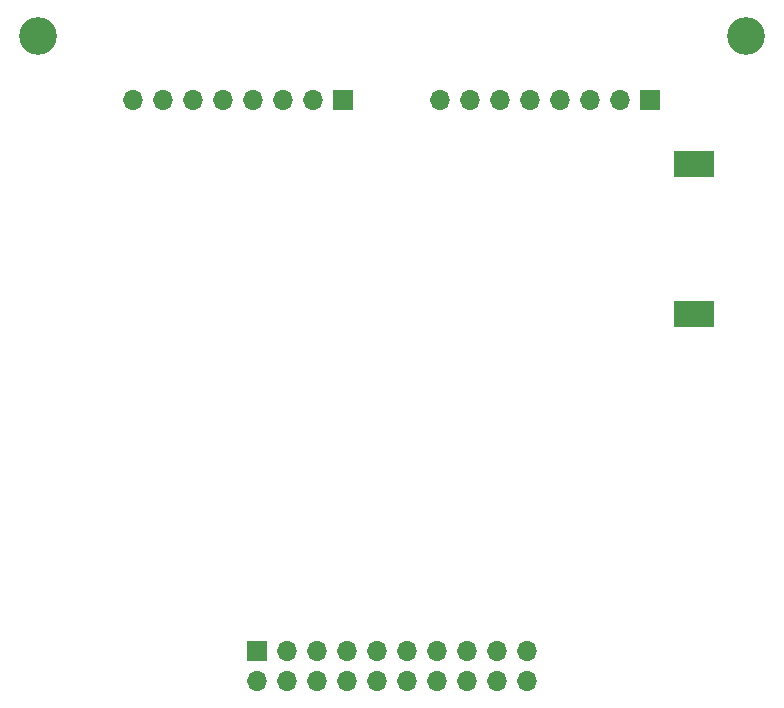
<source format=gbr>
%TF.GenerationSoftware,KiCad,Pcbnew,(6.0.9)*%
%TF.CreationDate,2022-11-26T13:31:22+01:00*%
%TF.ProjectId,MCU_PCB,4d43555f-5043-4422-9e6b-696361645f70,rev?*%
%TF.SameCoordinates,Original*%
%TF.FileFunction,Soldermask,Bot*%
%TF.FilePolarity,Negative*%
%FSLAX46Y46*%
G04 Gerber Fmt 4.6, Leading zero omitted, Abs format (unit mm)*
G04 Created by KiCad (PCBNEW (6.0.9)) date 2022-11-26 13:31:22*
%MOMM*%
%LPD*%
G01*
G04 APERTURE LIST*
%ADD10R,1.700000X1.700000*%
%ADD11O,1.700000X1.700000*%
%ADD12R,3.375000X2.250000*%
%ADD13C,3.200000*%
G04 APERTURE END LIST*
D10*
%TO.C,J1*%
X116150000Y-120675000D03*
D11*
X116150000Y-123215000D03*
X118690000Y-120675000D03*
X118690000Y-123215000D03*
X121230000Y-120675000D03*
X121230000Y-123215000D03*
X123770000Y-120675000D03*
X123770000Y-123215000D03*
X126310000Y-120675000D03*
X126310000Y-123215000D03*
X128850000Y-120675000D03*
X128850000Y-123215000D03*
X131390000Y-120675000D03*
X131390000Y-123215000D03*
X133930000Y-120675000D03*
X133930000Y-123215000D03*
X136470000Y-120675000D03*
X136470000Y-123215000D03*
X139010000Y-120675000D03*
X139010000Y-123215000D03*
%TD*%
D10*
%TO.C,J3*%
X149475000Y-74000000D03*
D11*
X146935000Y-74000000D03*
X144395000Y-74000000D03*
X141855000Y-74000000D03*
X139315000Y-74000000D03*
X136775000Y-74000000D03*
X134235000Y-74000000D03*
X131695000Y-74000000D03*
%TD*%
D12*
%TO.C,J7*%
X153140000Y-79430000D03*
X153140000Y-92170000D03*
%TD*%
D13*
%TO.C,H2*%
X97600000Y-68600000D03*
%TD*%
%TO.C,H1*%
X157600000Y-68600000D03*
%TD*%
D10*
%TO.C,J2*%
X123475000Y-74000000D03*
D11*
X120935000Y-74000000D03*
X118395000Y-74000000D03*
X115855000Y-74000000D03*
X113315000Y-74000000D03*
X110775000Y-74000000D03*
X108235000Y-74000000D03*
X105695000Y-74000000D03*
%TD*%
M02*

</source>
